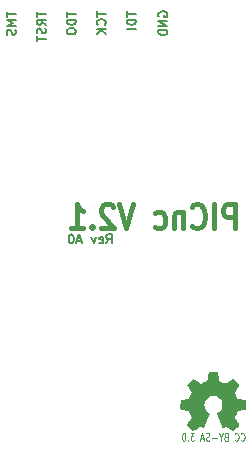
<source format=gbo>
G04 (created by PCBNEW-RS274X (2012-apr-16-27)-stable) date Tuesday 03,June,2014 02:57:05 PM SGT*
G01*
G70*
G90*
%MOIN*%
G04 Gerber Fmt 3.4, Leading zero omitted, Abs format*
%FSLAX34Y34*%
G04 APERTURE LIST*
%ADD10C,0.006000*%
%ADD11C,0.000100*%
%ADD12C,0.004000*%
%ADD13C,0.017500*%
%ADD14R,0.080000X0.080000*%
%ADD15C,0.080000*%
%ADD16C,0.120000*%
%ADD17R,0.090000X0.090000*%
%ADD18C,0.090000*%
%ADD19R,0.075000X0.075000*%
%ADD20C,0.075000*%
%ADD21O,0.157800X0.090900*%
G04 APERTURE END LIST*
G54D10*
X75386Y-30632D02*
X75371Y-30603D01*
X75371Y-30560D01*
X75386Y-30517D01*
X75414Y-30489D01*
X75443Y-30474D01*
X75500Y-30460D01*
X75543Y-30460D01*
X75600Y-30474D01*
X75629Y-30489D01*
X75657Y-30517D01*
X75671Y-30560D01*
X75671Y-30589D01*
X75657Y-30632D01*
X75643Y-30646D01*
X75543Y-30646D01*
X75543Y-30589D01*
X75671Y-30774D02*
X75371Y-30774D01*
X75671Y-30946D01*
X75371Y-30946D01*
X75671Y-31088D02*
X75371Y-31088D01*
X75371Y-31160D01*
X75386Y-31203D01*
X75414Y-31231D01*
X75443Y-31246D01*
X75500Y-31260D01*
X75543Y-31260D01*
X75600Y-31246D01*
X75629Y-31231D01*
X75657Y-31203D01*
X75671Y-31160D01*
X75671Y-31088D01*
X70321Y-30470D02*
X70321Y-30641D01*
X70621Y-30555D02*
X70321Y-30555D01*
X70621Y-30741D02*
X70321Y-30741D01*
X70536Y-30841D01*
X70321Y-30941D01*
X70621Y-30941D01*
X70607Y-31070D02*
X70621Y-31113D01*
X70621Y-31184D01*
X70607Y-31213D01*
X70593Y-31227D01*
X70564Y-31242D01*
X70536Y-31242D01*
X70507Y-31227D01*
X70493Y-31213D01*
X70479Y-31184D01*
X70464Y-31127D01*
X70450Y-31099D01*
X70436Y-31084D01*
X70407Y-31070D01*
X70379Y-31070D01*
X70350Y-31084D01*
X70336Y-31099D01*
X70321Y-31127D01*
X70321Y-31199D01*
X70336Y-31242D01*
X74321Y-30463D02*
X74321Y-30634D01*
X74621Y-30548D02*
X74321Y-30548D01*
X74621Y-30734D02*
X74321Y-30734D01*
X74321Y-30806D01*
X74336Y-30849D01*
X74364Y-30877D01*
X74393Y-30892D01*
X74450Y-30906D01*
X74493Y-30906D01*
X74550Y-30892D01*
X74579Y-30877D01*
X74607Y-30849D01*
X74621Y-30806D01*
X74621Y-30734D01*
X74621Y-31034D02*
X74321Y-31034D01*
X73321Y-30465D02*
X73321Y-30636D01*
X73621Y-30550D02*
X73321Y-30550D01*
X73593Y-30908D02*
X73607Y-30894D01*
X73621Y-30851D01*
X73621Y-30822D01*
X73607Y-30779D01*
X73579Y-30751D01*
X73550Y-30736D01*
X73493Y-30722D01*
X73450Y-30722D01*
X73393Y-30736D01*
X73364Y-30751D01*
X73336Y-30779D01*
X73321Y-30822D01*
X73321Y-30851D01*
X73336Y-30894D01*
X73350Y-30908D01*
X73621Y-31036D02*
X73321Y-31036D01*
X73621Y-31208D02*
X73450Y-31079D01*
X73321Y-31208D02*
X73493Y-31036D01*
X72321Y-30468D02*
X72321Y-30639D01*
X72621Y-30553D02*
X72321Y-30553D01*
X72621Y-30739D02*
X72321Y-30739D01*
X72321Y-30811D01*
X72336Y-30854D01*
X72364Y-30882D01*
X72393Y-30897D01*
X72450Y-30911D01*
X72493Y-30911D01*
X72550Y-30897D01*
X72579Y-30882D01*
X72607Y-30854D01*
X72621Y-30811D01*
X72621Y-30739D01*
X72321Y-31097D02*
X72321Y-31154D01*
X72336Y-31182D01*
X72364Y-31211D01*
X72421Y-31225D01*
X72521Y-31225D01*
X72579Y-31211D01*
X72607Y-31182D01*
X72621Y-31154D01*
X72621Y-31097D01*
X72607Y-31068D01*
X72579Y-31039D01*
X72521Y-31025D01*
X72421Y-31025D01*
X72364Y-31039D01*
X72336Y-31068D01*
X72321Y-31097D01*
X71321Y-30467D02*
X71321Y-30638D01*
X71621Y-30552D02*
X71321Y-30552D01*
X71621Y-30910D02*
X71479Y-30810D01*
X71621Y-30738D02*
X71321Y-30738D01*
X71321Y-30853D01*
X71336Y-30881D01*
X71350Y-30896D01*
X71379Y-30910D01*
X71421Y-30910D01*
X71450Y-30896D01*
X71464Y-30881D01*
X71479Y-30853D01*
X71479Y-30738D01*
X71607Y-31024D02*
X71621Y-31067D01*
X71621Y-31138D01*
X71607Y-31167D01*
X71593Y-31181D01*
X71564Y-31196D01*
X71536Y-31196D01*
X71507Y-31181D01*
X71493Y-31167D01*
X71479Y-31138D01*
X71464Y-31081D01*
X71450Y-31053D01*
X71436Y-31038D01*
X71407Y-31024D01*
X71379Y-31024D01*
X71350Y-31038D01*
X71336Y-31053D01*
X71321Y-31081D01*
X71321Y-31153D01*
X71336Y-31196D01*
X71321Y-31282D02*
X71321Y-31453D01*
X71621Y-31367D02*
X71321Y-31367D01*
X73636Y-38191D02*
X73736Y-38049D01*
X73808Y-38191D02*
X73808Y-37891D01*
X73693Y-37891D01*
X73665Y-37906D01*
X73650Y-37920D01*
X73636Y-37949D01*
X73636Y-37991D01*
X73650Y-38020D01*
X73665Y-38034D01*
X73693Y-38049D01*
X73808Y-38049D01*
X73393Y-38177D02*
X73422Y-38191D01*
X73479Y-38191D01*
X73508Y-38177D01*
X73522Y-38149D01*
X73522Y-38034D01*
X73508Y-38006D01*
X73479Y-37991D01*
X73422Y-37991D01*
X73393Y-38006D01*
X73379Y-38034D01*
X73379Y-38063D01*
X73522Y-38091D01*
X73279Y-37991D02*
X73208Y-38191D01*
X73136Y-37991D01*
X72807Y-38106D02*
X72664Y-38106D01*
X72835Y-38191D02*
X72735Y-37891D01*
X72635Y-38191D01*
X72478Y-37891D02*
X72450Y-37891D01*
X72421Y-37906D01*
X72407Y-37920D01*
X72393Y-37949D01*
X72378Y-38006D01*
X72378Y-38077D01*
X72393Y-38134D01*
X72407Y-38163D01*
X72421Y-38177D01*
X72450Y-38191D01*
X72478Y-38191D01*
X72507Y-38177D01*
X72521Y-38163D01*
X72536Y-38134D01*
X72550Y-38077D01*
X72550Y-38006D01*
X72536Y-37949D01*
X72521Y-37920D01*
X72507Y-37906D01*
X72478Y-37891D01*
G54D11*
G36*
X76536Y-44454D02*
X76548Y-44448D01*
X76573Y-44432D01*
X76610Y-44408D01*
X76653Y-44379D01*
X76697Y-44349D01*
X76732Y-44325D01*
X76757Y-44309D01*
X76768Y-44304D01*
X76773Y-44306D01*
X76794Y-44316D01*
X76824Y-44331D01*
X76841Y-44340D01*
X76869Y-44352D01*
X76882Y-44354D01*
X76885Y-44351D01*
X76895Y-44330D01*
X76910Y-44294D01*
X76931Y-44246D01*
X76955Y-44191D01*
X76980Y-44131D01*
X77006Y-44070D01*
X77030Y-44011D01*
X77051Y-43959D01*
X77068Y-43916D01*
X77080Y-43887D01*
X77084Y-43874D01*
X77083Y-43871D01*
X77069Y-43858D01*
X77045Y-43840D01*
X76993Y-43798D01*
X76942Y-43734D01*
X76911Y-43661D01*
X76900Y-43581D01*
X76909Y-43506D01*
X76939Y-43434D01*
X76989Y-43370D01*
X77049Y-43322D01*
X77120Y-43291D01*
X77200Y-43282D01*
X77276Y-43290D01*
X77349Y-43319D01*
X77414Y-43368D01*
X77441Y-43400D01*
X77479Y-43465D01*
X77500Y-43535D01*
X77503Y-43553D01*
X77499Y-43630D01*
X77477Y-43703D01*
X77436Y-43769D01*
X77380Y-43823D01*
X77373Y-43829D01*
X77346Y-43848D01*
X77329Y-43862D01*
X77315Y-43873D01*
X77413Y-44109D01*
X77429Y-44146D01*
X77456Y-44211D01*
X77479Y-44266D01*
X77498Y-44310D01*
X77511Y-44340D01*
X77517Y-44352D01*
X77518Y-44352D01*
X77526Y-44354D01*
X77544Y-44347D01*
X77577Y-44331D01*
X77599Y-44320D01*
X77624Y-44308D01*
X77635Y-44304D01*
X77645Y-44309D01*
X77669Y-44324D01*
X77704Y-44348D01*
X77746Y-44377D01*
X77786Y-44404D01*
X77823Y-44428D01*
X77850Y-44445D01*
X77863Y-44452D01*
X77865Y-44452D01*
X77877Y-44446D01*
X77898Y-44428D01*
X77930Y-44398D01*
X77976Y-44353D01*
X77983Y-44346D01*
X78020Y-44308D01*
X78050Y-44276D01*
X78071Y-44254D01*
X78078Y-44243D01*
X78078Y-44243D01*
X78071Y-44230D01*
X78054Y-44204D01*
X78030Y-44166D01*
X78000Y-44122D01*
X77922Y-44009D01*
X77965Y-43902D01*
X77978Y-43869D01*
X77995Y-43829D01*
X78007Y-43801D01*
X78013Y-43788D01*
X78025Y-43784D01*
X78054Y-43777D01*
X78097Y-43768D01*
X78148Y-43759D01*
X78196Y-43750D01*
X78239Y-43742D01*
X78271Y-43736D01*
X78285Y-43733D01*
X78289Y-43731D01*
X78291Y-43724D01*
X78293Y-43709D01*
X78294Y-43683D01*
X78295Y-43641D01*
X78295Y-43581D01*
X78295Y-43574D01*
X78294Y-43516D01*
X78293Y-43471D01*
X78292Y-43441D01*
X78290Y-43429D01*
X78290Y-43429D01*
X78276Y-43426D01*
X78245Y-43419D01*
X78202Y-43411D01*
X78150Y-43401D01*
X78146Y-43400D01*
X78095Y-43390D01*
X78051Y-43381D01*
X78021Y-43374D01*
X78008Y-43370D01*
X78005Y-43366D01*
X77995Y-43346D01*
X77980Y-43314D01*
X77963Y-43275D01*
X77946Y-43234D01*
X77931Y-43198D01*
X77921Y-43170D01*
X77918Y-43158D01*
X77919Y-43158D01*
X77926Y-43145D01*
X77944Y-43118D01*
X77969Y-43081D01*
X78000Y-43037D01*
X78002Y-43034D01*
X78032Y-42990D01*
X78056Y-42953D01*
X78072Y-42926D01*
X78078Y-42914D01*
X78078Y-42914D01*
X78068Y-42901D01*
X78046Y-42876D01*
X78014Y-42842D01*
X77975Y-42804D01*
X77963Y-42792D01*
X77921Y-42750D01*
X77891Y-42723D01*
X77873Y-42708D01*
X77864Y-42705D01*
X77863Y-42705D01*
X77850Y-42713D01*
X77823Y-42731D01*
X77785Y-42757D01*
X77741Y-42787D01*
X77738Y-42789D01*
X77694Y-42819D01*
X77657Y-42844D01*
X77631Y-42861D01*
X77620Y-42868D01*
X77618Y-42868D01*
X77600Y-42862D01*
X77569Y-42851D01*
X77531Y-42837D01*
X77490Y-42820D01*
X77454Y-42805D01*
X77426Y-42792D01*
X77413Y-42785D01*
X77413Y-42784D01*
X77408Y-42769D01*
X77400Y-42736D01*
X77391Y-42691D01*
X77381Y-42637D01*
X77379Y-42628D01*
X77369Y-42576D01*
X77361Y-42533D01*
X77355Y-42503D01*
X77352Y-42491D01*
X77344Y-42489D01*
X77319Y-42487D01*
X77280Y-42486D01*
X77233Y-42486D01*
X77184Y-42486D01*
X77135Y-42487D01*
X77094Y-42489D01*
X77064Y-42491D01*
X77052Y-42493D01*
X77052Y-42494D01*
X77047Y-42510D01*
X77040Y-42543D01*
X77031Y-42588D01*
X77020Y-42642D01*
X77018Y-42652D01*
X77009Y-42704D01*
X77000Y-42746D01*
X76994Y-42776D01*
X76990Y-42787D01*
X76986Y-42790D01*
X76964Y-42799D01*
X76929Y-42814D01*
X76886Y-42831D01*
X76786Y-42872D01*
X76663Y-42787D01*
X76651Y-42780D01*
X76607Y-42750D01*
X76571Y-42725D01*
X76546Y-42709D01*
X76535Y-42703D01*
X76534Y-42704D01*
X76522Y-42714D01*
X76498Y-42737D01*
X76464Y-42770D01*
X76426Y-42808D01*
X76397Y-42837D01*
X76363Y-42871D01*
X76342Y-42894D01*
X76330Y-42909D01*
X76326Y-42918D01*
X76327Y-42924D01*
X76335Y-42937D01*
X76353Y-42964D01*
X76378Y-43001D01*
X76408Y-43045D01*
X76433Y-43081D01*
X76459Y-43122D01*
X76477Y-43152D01*
X76483Y-43166D01*
X76481Y-43172D01*
X76473Y-43196D01*
X76458Y-43233D01*
X76440Y-43276D01*
X76397Y-43373D01*
X76333Y-43386D01*
X76294Y-43393D01*
X76240Y-43403D01*
X76189Y-43413D01*
X76108Y-43429D01*
X76105Y-43725D01*
X76117Y-43731D01*
X76129Y-43734D01*
X76159Y-43741D01*
X76202Y-43749D01*
X76252Y-43759D01*
X76295Y-43767D01*
X76339Y-43775D01*
X76370Y-43781D01*
X76384Y-43784D01*
X76387Y-43788D01*
X76398Y-43809D01*
X76413Y-43843D01*
X76430Y-43883D01*
X76448Y-43924D01*
X76463Y-43963D01*
X76474Y-43992D01*
X76478Y-44007D01*
X76472Y-44018D01*
X76455Y-44044D01*
X76431Y-44080D01*
X76402Y-44123D01*
X76373Y-44166D01*
X76348Y-44203D01*
X76331Y-44229D01*
X76323Y-44241D01*
X76327Y-44250D01*
X76344Y-44270D01*
X76377Y-44304D01*
X76425Y-44352D01*
X76433Y-44359D01*
X76471Y-44396D01*
X76504Y-44426D01*
X76526Y-44446D01*
X76536Y-44454D01*
X76536Y-44454D01*
G37*
G54D12*
X78117Y-44747D02*
X78127Y-44759D01*
X78155Y-44771D01*
X78174Y-44771D01*
X78203Y-44759D01*
X78222Y-44735D01*
X78231Y-44712D01*
X78241Y-44664D01*
X78241Y-44628D01*
X78231Y-44581D01*
X78222Y-44557D01*
X78203Y-44533D01*
X78174Y-44521D01*
X78155Y-44521D01*
X78127Y-44533D01*
X78117Y-44545D01*
X77917Y-44747D02*
X77927Y-44759D01*
X77955Y-44771D01*
X77974Y-44771D01*
X78003Y-44759D01*
X78022Y-44735D01*
X78031Y-44712D01*
X78041Y-44664D01*
X78041Y-44628D01*
X78031Y-44581D01*
X78022Y-44557D01*
X78003Y-44533D01*
X77974Y-44521D01*
X77955Y-44521D01*
X77927Y-44533D01*
X77917Y-44545D01*
X77613Y-44640D02*
X77584Y-44652D01*
X77575Y-44664D01*
X77565Y-44688D01*
X77565Y-44724D01*
X77575Y-44747D01*
X77584Y-44759D01*
X77603Y-44771D01*
X77679Y-44771D01*
X77679Y-44521D01*
X77613Y-44521D01*
X77594Y-44533D01*
X77584Y-44545D01*
X77575Y-44569D01*
X77575Y-44593D01*
X77584Y-44616D01*
X77594Y-44628D01*
X77613Y-44640D01*
X77679Y-44640D01*
X77441Y-44652D02*
X77441Y-44771D01*
X77508Y-44521D02*
X77441Y-44652D01*
X77375Y-44521D01*
X77308Y-44676D02*
X77156Y-44676D01*
X77070Y-44759D02*
X77041Y-44771D01*
X76994Y-44771D01*
X76975Y-44759D01*
X76965Y-44747D01*
X76956Y-44724D01*
X76956Y-44700D01*
X76965Y-44676D01*
X76975Y-44664D01*
X76994Y-44652D01*
X77032Y-44640D01*
X77051Y-44628D01*
X77060Y-44616D01*
X77070Y-44593D01*
X77070Y-44569D01*
X77060Y-44545D01*
X77051Y-44533D01*
X77032Y-44521D01*
X76984Y-44521D01*
X76956Y-44533D01*
X76880Y-44700D02*
X76785Y-44700D01*
X76899Y-44771D02*
X76832Y-44521D01*
X76766Y-44771D01*
X76566Y-44521D02*
X76443Y-44521D01*
X76509Y-44616D01*
X76481Y-44616D01*
X76462Y-44628D01*
X76452Y-44640D01*
X76443Y-44664D01*
X76443Y-44724D01*
X76452Y-44747D01*
X76462Y-44759D01*
X76481Y-44771D01*
X76538Y-44771D01*
X76557Y-44759D01*
X76566Y-44747D01*
X76357Y-44747D02*
X76348Y-44759D01*
X76357Y-44771D01*
X76367Y-44759D01*
X76357Y-44747D01*
X76357Y-44771D01*
X76224Y-44521D02*
X76205Y-44521D01*
X76186Y-44533D01*
X76177Y-44545D01*
X76167Y-44569D01*
X76158Y-44616D01*
X76158Y-44676D01*
X76167Y-44724D01*
X76177Y-44747D01*
X76186Y-44759D01*
X76205Y-44771D01*
X76224Y-44771D01*
X76243Y-44759D01*
X76253Y-44747D01*
X76262Y-44724D01*
X76272Y-44676D01*
X76272Y-44616D01*
X76262Y-44569D01*
X76253Y-44545D01*
X76243Y-44533D01*
X76224Y-44521D01*
G54D13*
X77916Y-37694D02*
X77916Y-36894D01*
X77650Y-36894D01*
X77583Y-36932D01*
X77550Y-36970D01*
X77516Y-37046D01*
X77516Y-37160D01*
X77550Y-37237D01*
X77583Y-37275D01*
X77650Y-37313D01*
X77916Y-37313D01*
X77216Y-37694D02*
X77216Y-36894D01*
X76483Y-37618D02*
X76517Y-37656D01*
X76617Y-37694D01*
X76683Y-37694D01*
X76783Y-37656D01*
X76850Y-37580D01*
X76883Y-37503D01*
X76917Y-37351D01*
X76917Y-37237D01*
X76883Y-37084D01*
X76850Y-37008D01*
X76783Y-36932D01*
X76683Y-36894D01*
X76617Y-36894D01*
X76517Y-36932D01*
X76483Y-36970D01*
X76183Y-37160D02*
X76183Y-37694D01*
X76183Y-37237D02*
X76150Y-37199D01*
X76083Y-37160D01*
X75983Y-37160D01*
X75917Y-37199D01*
X75883Y-37275D01*
X75883Y-37694D01*
X75250Y-37656D02*
X75317Y-37694D01*
X75450Y-37694D01*
X75517Y-37656D01*
X75550Y-37618D01*
X75584Y-37541D01*
X75584Y-37313D01*
X75550Y-37237D01*
X75517Y-37199D01*
X75450Y-37160D01*
X75317Y-37160D01*
X75250Y-37199D01*
X74517Y-36894D02*
X74284Y-37694D01*
X74051Y-36894D01*
X73851Y-36970D02*
X73817Y-36932D01*
X73751Y-36894D01*
X73584Y-36894D01*
X73517Y-36932D01*
X73484Y-36970D01*
X73451Y-37046D01*
X73451Y-37122D01*
X73484Y-37237D01*
X73884Y-37694D01*
X73451Y-37694D01*
X73150Y-37618D02*
X73117Y-37656D01*
X73150Y-37694D01*
X73184Y-37656D01*
X73150Y-37618D01*
X73150Y-37694D01*
X72451Y-37694D02*
X72851Y-37694D01*
X72651Y-37694D02*
X72651Y-36894D01*
X72717Y-37008D01*
X72784Y-37084D01*
X72851Y-37122D01*
%LPC*%
G54D14*
X70500Y-29950D03*
G54D15*
X71500Y-29790D03*
X72500Y-29950D03*
X73500Y-29790D03*
X74500Y-29950D03*
X75500Y-29790D03*
G54D14*
X66000Y-30870D03*
G54D15*
X66000Y-29870D03*
X67000Y-30870D03*
X67000Y-29870D03*
X68000Y-30870D03*
X68000Y-29870D03*
X69000Y-30870D03*
X69000Y-29870D03*
G54D16*
X41700Y-34538D03*
X41700Y-32570D03*
X41700Y-38938D03*
X41700Y-36970D03*
G54D14*
X71200Y-45870D03*
G54D15*
X71200Y-44870D03*
X72200Y-45870D03*
X72200Y-44870D03*
X73200Y-45870D03*
X73200Y-44870D03*
X74200Y-45870D03*
X74200Y-44870D03*
X75200Y-45870D03*
X75200Y-44870D03*
G54D14*
X64200Y-45870D03*
G54D15*
X64200Y-44870D03*
X65200Y-45870D03*
X65200Y-44870D03*
X66200Y-45870D03*
X66200Y-44870D03*
X67200Y-45870D03*
X67200Y-44870D03*
X68200Y-45870D03*
X68200Y-44870D03*
X69200Y-45870D03*
X69200Y-44870D03*
G54D14*
X57900Y-44670D03*
G54D15*
X57900Y-45670D03*
X56900Y-44670D03*
X56900Y-45670D03*
X55900Y-44670D03*
X55900Y-45670D03*
G54D14*
X57900Y-35670D03*
G54D15*
X57900Y-36670D03*
X56900Y-35670D03*
X56900Y-36670D03*
X55900Y-35670D03*
X55900Y-36670D03*
G54D14*
X49100Y-35670D03*
G54D15*
X49100Y-36670D03*
X48100Y-35670D03*
X48100Y-36670D03*
X47100Y-35670D03*
X47100Y-36670D03*
G54D14*
X49100Y-44670D03*
G54D15*
X49100Y-45670D03*
X48100Y-44670D03*
X48100Y-45670D03*
X47100Y-44670D03*
X47100Y-45670D03*
G54D17*
X55900Y-39070D03*
G54D18*
X57900Y-39070D03*
G54D17*
X47100Y-39070D03*
G54D18*
X49100Y-39070D03*
G54D17*
X55900Y-30070D03*
G54D18*
X57900Y-30070D03*
G54D17*
X47100Y-30070D03*
G54D18*
X49100Y-30070D03*
G54D19*
X64000Y-41370D03*
G54D20*
X65000Y-41370D03*
X66000Y-41370D03*
X67000Y-41370D03*
X68000Y-41370D03*
X69000Y-41370D03*
X70000Y-41370D03*
X71000Y-41370D03*
X71000Y-38370D03*
X70000Y-38370D03*
X69000Y-38370D03*
X68000Y-38370D03*
X67000Y-38370D03*
X66000Y-38370D03*
X65000Y-38370D03*
X64000Y-38370D03*
X65000Y-35270D03*
X66000Y-35270D03*
X67000Y-35270D03*
X68000Y-35270D03*
X69000Y-35270D03*
X70000Y-35270D03*
X71000Y-35270D03*
X72000Y-35270D03*
X73000Y-35270D03*
X74000Y-35270D03*
X75000Y-35270D03*
X76000Y-35270D03*
X77000Y-35270D03*
G54D19*
X64000Y-35270D03*
G54D20*
X77000Y-32270D03*
X76000Y-32270D03*
X75000Y-32270D03*
X74000Y-32270D03*
X73000Y-32270D03*
X72000Y-32270D03*
X71000Y-32270D03*
X70000Y-32270D03*
X69000Y-32270D03*
X68000Y-32270D03*
X67000Y-32270D03*
X66000Y-32270D03*
X65000Y-32270D03*
X64000Y-32270D03*
G54D21*
X52500Y-43870D03*
X52500Y-42870D03*
X52500Y-41870D03*
X52500Y-40870D03*
X61300Y-43870D03*
X61300Y-42870D03*
X61300Y-41870D03*
X61300Y-40870D03*
X61300Y-34870D03*
X61300Y-33870D03*
X61300Y-32870D03*
X61300Y-31870D03*
X52500Y-34870D03*
X52500Y-33870D03*
X52500Y-32870D03*
X52500Y-31870D03*
G54D14*
X54400Y-29870D03*
G54D15*
X59400Y-29870D03*
X54400Y-30870D03*
X59400Y-30870D03*
X54400Y-31870D03*
X59400Y-31870D03*
X54400Y-32870D03*
X59400Y-32870D03*
X54400Y-33870D03*
X59400Y-33870D03*
X54400Y-34870D03*
X59400Y-34870D03*
X54400Y-35870D03*
X59400Y-35870D03*
X54400Y-36870D03*
X59400Y-36870D03*
G54D14*
X54400Y-38870D03*
G54D15*
X59400Y-38870D03*
X54400Y-39870D03*
X59400Y-39870D03*
X54400Y-40870D03*
X59400Y-40870D03*
X54400Y-41870D03*
X59400Y-41870D03*
X54400Y-42870D03*
X59400Y-42870D03*
X54400Y-43870D03*
X59400Y-43870D03*
X54400Y-44870D03*
X59400Y-44870D03*
X54400Y-45870D03*
X59400Y-45870D03*
G54D14*
X45600Y-29870D03*
G54D15*
X50600Y-29870D03*
X45600Y-30870D03*
X50600Y-30870D03*
X45600Y-31870D03*
X50600Y-31870D03*
X45600Y-32870D03*
X50600Y-32870D03*
X45600Y-33870D03*
X50600Y-33870D03*
X45600Y-34870D03*
X50600Y-34870D03*
X45600Y-35870D03*
X50600Y-35870D03*
X45600Y-36870D03*
X50600Y-36870D03*
G54D14*
X45600Y-38870D03*
G54D15*
X50600Y-38870D03*
X45600Y-39870D03*
X50600Y-39870D03*
X45600Y-40870D03*
X50600Y-40870D03*
X45600Y-41870D03*
X50600Y-41870D03*
X45600Y-42870D03*
X50600Y-42870D03*
X45600Y-43870D03*
X50600Y-43870D03*
X45600Y-44870D03*
X50600Y-44870D03*
X45600Y-45870D03*
X50600Y-45870D03*
G54D14*
X64000Y-36550D03*
G54D15*
X65000Y-36390D03*
X66000Y-36550D03*
X67000Y-36390D03*
X68000Y-36550D03*
X69000Y-36390D03*
G54D19*
X44500Y-33970D03*
G54D20*
X44500Y-31970D03*
M02*

</source>
